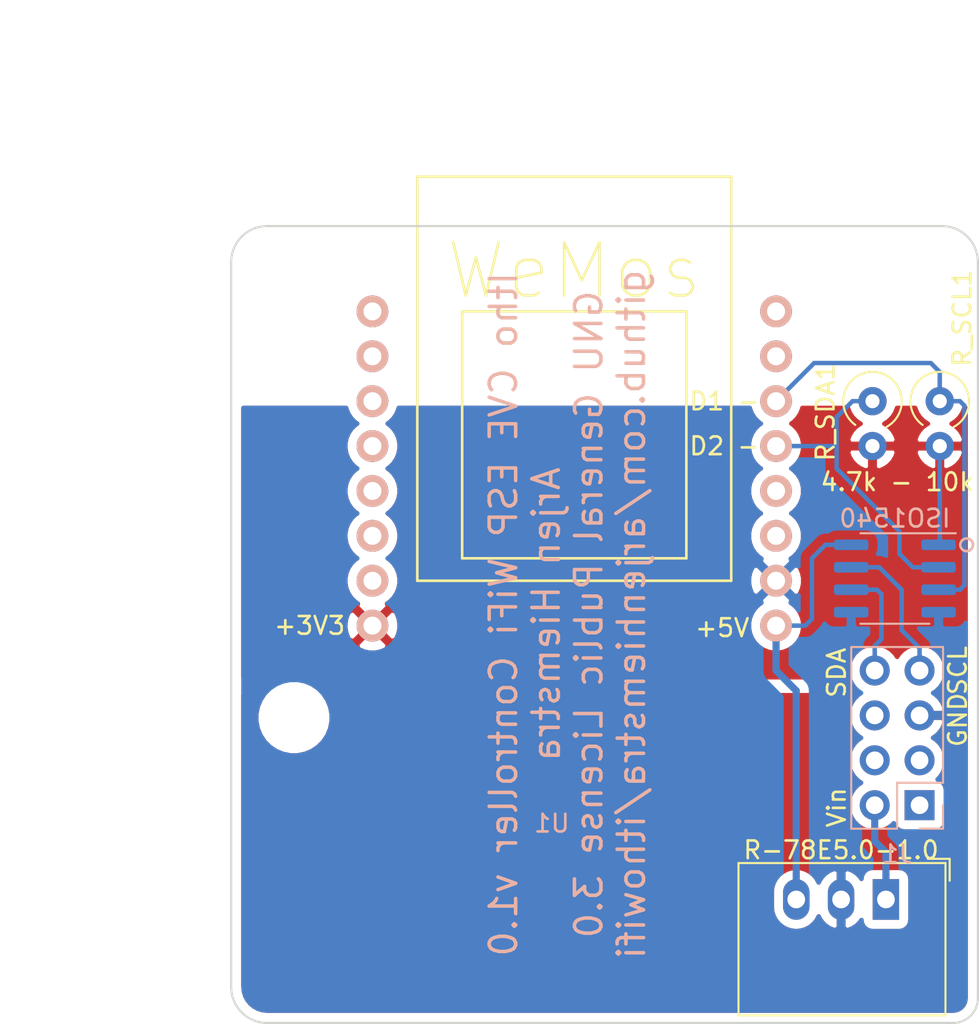
<source format=kicad_pcb>
(kicad_pcb (version 20171130) (host pcbnew "(5.1.5-0-10_14)")

  (general
    (thickness 1.6)
    (drawings 21)
    (tracks 43)
    (zones 0)
    (modules 8)
    (nets 24)
  )

  (page A4 portrait)
  (layers
    (0 F.Cu signal)
    (31 B.Cu signal)
    (32 B.Adhes user)
    (33 F.Adhes user)
    (34 B.Paste user)
    (35 F.Paste user)
    (36 B.SilkS user)
    (37 F.SilkS user)
    (38 B.Mask user)
    (39 F.Mask user)
    (40 Dwgs.User user)
    (41 Cmts.User user)
    (42 Eco1.User user)
    (43 Eco2.User user)
    (44 Edge.Cuts user)
    (45 Margin user)
    (46 B.CrtYd user)
    (47 F.CrtYd user)
    (48 B.Fab user)
    (49 F.Fab user)
  )

  (setup
    (last_trace_width 0.25)
    (user_trace_width 0.254)
    (user_trace_width 0.4064)
    (trace_clearance 0.2)
    (zone_clearance 0.508)
    (zone_45_only no)
    (trace_min 0.2)
    (via_size 0.8)
    (via_drill 0.4)
    (via_min_size 0.4)
    (via_min_drill 0.3)
    (uvia_size 0.3)
    (uvia_drill 0.1)
    (uvias_allowed no)
    (uvia_min_size 0.2)
    (uvia_min_drill 0.1)
    (edge_width 0.1)
    (segment_width 0.2)
    (pcb_text_width 0.3)
    (pcb_text_size 1.5 1.5)
    (mod_edge_width 0.15)
    (mod_text_size 1 1)
    (mod_text_width 0.15)
    (pad_size 1.524 1.524)
    (pad_drill 0.762)
    (pad_to_mask_clearance 0)
    (aux_axis_origin 152.019 130.556)
    (visible_elements FFFFFF7F)
    (pcbplotparams
      (layerselection 0x010f0_ffffffff)
      (usegerberextensions true)
      (usegerberattributes false)
      (usegerberadvancedattributes false)
      (creategerberjobfile false)
      (excludeedgelayer true)
      (linewidth 0.100000)
      (plotframeref false)
      (viasonmask false)
      (mode 1)
      (useauxorigin false)
      (hpglpennumber 1)
      (hpglpenspeed 20)
      (hpglpendiameter 15.000000)
      (psnegative false)
      (psa4output false)
      (plotreference true)
      (plotvalue true)
      (plotinvisibletext false)
      (padsonsilk false)
      (subtractmaskfromsilk false)
      (outputformat 1)
      (mirror false)
      (drillshape 0)
      (scaleselection 1)
      (outputdirectory "gerbers/"))
  )

  (net 0 "")
  (net 1 GND)
  (net 2 "Net-(J1-Pad1)")
  (net 3 +5V)
  (net 4 +3V3)
  (net 5 +16V3)
  (net 6 "Net-(J1-Pad6)")
  (net 7 "Net-(J1-Pad3)")
  (net 8 "Net-(ISO1540-Pad7)")
  (net 9 "Net-(ISO1540-Pad6)")
  (net 10 "Net-(J1-Pad4)")
  (net 11 "Net-(ISO1540-Pad3)")
  (net 12 "Net-(ISO1540-Pad2)")
  (net 13 "Net-(U1-Pad9)")
  (net 14 "Net-(U1-Pad10)")
  (net 15 "Net-(U1-Pad11)")
  (net 16 "Net-(U1-Pad12)")
  (net 17 "Net-(U1-Pad13)")
  (net 18 "Net-(U1-Pad14)")
  (net 19 "Net-(U1-Pad15)")
  (net 20 "Net-(U1-Pad3)")
  (net 21 "Net-(U1-Pad4)")
  (net 22 "Net-(U1-Pad7)")
  (net 23 "Net-(U1-Pad8)")

  (net_class Default "This is the default net class."
    (clearance 0.2)
    (trace_width 0.25)
    (via_dia 0.8)
    (via_drill 0.4)
    (uvia_dia 0.3)
    (uvia_drill 0.1)
    (add_net +16V3)
    (add_net +3V3)
    (add_net +5V)
    (add_net GND)
    (add_net "Net-(ISO1540-Pad2)")
    (add_net "Net-(ISO1540-Pad3)")
    (add_net "Net-(ISO1540-Pad6)")
    (add_net "Net-(ISO1540-Pad7)")
    (add_net "Net-(J1-Pad1)")
    (add_net "Net-(J1-Pad3)")
    (add_net "Net-(J1-Pad4)")
    (add_net "Net-(J1-Pad6)")
    (add_net "Net-(U1-Pad10)")
    (add_net "Net-(U1-Pad11)")
    (add_net "Net-(U1-Pad12)")
    (add_net "Net-(U1-Pad13)")
    (add_net "Net-(U1-Pad14)")
    (add_net "Net-(U1-Pad15)")
    (add_net "Net-(U1-Pad3)")
    (add_net "Net-(U1-Pad4)")
    (add_net "Net-(U1-Pad7)")
    (add_net "Net-(U1-Pad8)")
    (add_net "Net-(U1-Pad9)")
  )

  (module wemos_d1_mini:D1_mini_board (layer B.Cu) (tedit 5E5D3651) (tstamp 5E5D85DB)
    (at 102.489 120.015 180)
    (path /5E5D89FC)
    (fp_text reference U1 (at 1.27 -18.81 180) (layer B.SilkS)
      (effects (font (size 1 1) (thickness 0.15)) (justify mirror))
    )
    (fp_text value WeMos_mini (at 1.27 19.05 180) (layer B.Fab)
      (effects (font (size 1 1) (thickness 0.15)) (justify mirror))
    )
    (fp_line (start -8.89 17.78) (end -8.89 -5.08) (layer F.SilkS) (width 0.15))
    (fp_line (start 8.89 17.78) (end -8.89 17.78) (layer F.SilkS) (width 0.15))
    (fp_line (start 8.89 -5.08) (end 8.89 17.78) (layer F.SilkS) (width 0.15))
    (fp_line (start -8.89 -5.08) (end 8.89 -5.08) (layer F.SilkS) (width 0.15))
    (fp_line (start 6.35 -3.81) (end -6.35 -3.81) (layer F.SilkS) (width 0.15))
    (fp_line (start 6.35 10.16) (end 6.35 -3.81) (layer F.SilkS) (width 0.15))
    (fp_line (start -6.35 10.16) (end 6.35 10.16) (layer F.SilkS) (width 0.15))
    (fp_line (start -6.35 -3.81) (end -6.35 10.16) (layer F.SilkS) (width 0.15))
    (fp_text user WeMos (at 0 12.446 180) (layer F.SilkS)
      (effects (font (size 2.999999 2.999999) (thickness 0.15)))
    )
    (pad 9 thru_hole circle (at 11.43 10.16 180) (size 1.8 1.8) (drill 1.016) (layers *.Cu *.Mask B.SilkS)
      (net 13 "Net-(U1-Pad9)"))
    (pad 10 thru_hole circle (at 11.43 7.62 180) (size 1.8 1.8) (drill 1.016) (layers *.Cu *.Mask B.SilkS)
      (net 14 "Net-(U1-Pad10)"))
    (pad 11 thru_hole circle (at 11.43 5.08 180) (size 1.8 1.8) (drill 1.016) (layers *.Cu *.Mask B.SilkS)
      (net 15 "Net-(U1-Pad11)"))
    (pad 12 thru_hole circle (at 11.43 2.54 180) (size 1.8 1.8) (drill 1.016) (layers *.Cu *.Mask B.SilkS)
      (net 16 "Net-(U1-Pad12)"))
    (pad 13 thru_hole circle (at 11.43 0 180) (size 1.8 1.8) (drill 1.016) (layers *.Cu *.Mask B.SilkS)
      (net 17 "Net-(U1-Pad13)"))
    (pad 14 thru_hole circle (at 11.43 -2.54 180) (size 1.8 1.8) (drill 1.016) (layers *.Cu *.Mask B.SilkS)
      (net 18 "Net-(U1-Pad14)"))
    (pad 15 thru_hole circle (at 11.43 -5.08 180) (size 1.8 1.8) (drill 1.016) (layers *.Cu *.Mask B.SilkS)
      (net 19 "Net-(U1-Pad15)"))
    (pad 16 thru_hole circle (at 11.43 -7.62 180) (size 1.8 1.8) (drill 1.016) (layers *.Cu *.Mask B.SilkS)
      (net 4 +3V3))
    (pad 1 thru_hole circle (at -11.43 -7.62 180) (size 1.8 1.8) (drill 1.016) (layers *.Cu *.Mask B.SilkS)
      (net 3 +5V))
    (pad 2 thru_hole circle (at -11.43 -5.08 180) (size 1.8 1.8) (drill 1.016) (layers *.Cu *.Mask B.SilkS)
      (net 1 GND))
    (pad 3 thru_hole circle (at -11.43 -2.54 180) (size 1.8 1.8) (drill 1.016) (layers *.Cu *.Mask B.SilkS)
      (net 20 "Net-(U1-Pad3)"))
    (pad 4 thru_hole circle (at -11.43 0 180) (size 1.8 1.8) (drill 1.016) (layers *.Cu *.Mask B.SilkS)
      (net 21 "Net-(U1-Pad4)"))
    (pad 5 thru_hole circle (at -11.43 2.54 180) (size 1.8 1.8) (drill 1.016) (layers *.Cu *.Mask B.SilkS)
      (net 12 "Net-(ISO1540-Pad2)"))
    (pad 6 thru_hole circle (at -11.43 5.08 180) (size 1.8 1.8) (drill 1.016) (layers *.Cu *.Mask B.SilkS)
      (net 11 "Net-(ISO1540-Pad3)"))
    (pad 7 thru_hole circle (at -11.43 7.62 180) (size 1.8 1.8) (drill 1.016) (layers *.Cu *.Mask B.SilkS)
      (net 22 "Net-(U1-Pad7)"))
    (pad 8 thru_hole circle (at -11.43 10.16 180) (size 1.8 1.8) (drill 1.016) (layers *.Cu *.Mask B.SilkS)
      (net 23 "Net-(U1-Pad8)"))
  )

  (module Connector_PinSocket_2.54mm:PinSocket_2x04_P2.54mm_Vertical (layer B.Cu) (tedit 5A19A422) (tstamp 5E5979F2)
    (at 122.047 137.795)
    (descr "Through hole straight socket strip, 2x04, 2.54mm pitch, double cols (from Kicad 4.0.7), script generated")
    (tags "Through hole socket strip THT 2x04 2.54mm double row")
    (path /5E609161)
    (fp_text reference J1 (at -1.27 2.77) (layer B.SilkS)
      (effects (font (size 1 1) (thickness 0.15)) (justify mirror))
    )
    (fp_text value conn (at -1.27 -10.39) (layer B.Fab)
      (effects (font (size 1 1) (thickness 0.15)) (justify mirror))
    )
    (fp_line (start -3.81 1.27) (end 0.27 1.27) (layer B.Fab) (width 0.1))
    (fp_line (start 0.27 1.27) (end 1.27 0.27) (layer B.Fab) (width 0.1))
    (fp_line (start 1.27 0.27) (end 1.27 -8.89) (layer B.Fab) (width 0.1))
    (fp_line (start 1.27 -8.89) (end -3.81 -8.89) (layer B.Fab) (width 0.1))
    (fp_line (start -3.81 -8.89) (end -3.81 1.27) (layer B.Fab) (width 0.1))
    (fp_line (start -3.87 1.33) (end -1.27 1.33) (layer B.SilkS) (width 0.12))
    (fp_line (start -3.87 1.33) (end -3.87 -8.95) (layer B.SilkS) (width 0.12))
    (fp_line (start -3.87 -8.95) (end 1.33 -8.95) (layer B.SilkS) (width 0.12))
    (fp_line (start 1.33 -1.27) (end 1.33 -8.95) (layer B.SilkS) (width 0.12))
    (fp_line (start -1.27 -1.27) (end 1.33 -1.27) (layer B.SilkS) (width 0.12))
    (fp_line (start -1.27 1.33) (end -1.27 -1.27) (layer B.SilkS) (width 0.12))
    (fp_line (start 1.33 1.33) (end 1.33 0) (layer B.SilkS) (width 0.12))
    (fp_line (start 0 1.33) (end 1.33 1.33) (layer B.SilkS) (width 0.12))
    (fp_line (start -4.34 1.8) (end 1.76 1.8) (layer B.CrtYd) (width 0.05))
    (fp_line (start 1.76 1.8) (end 1.76 -9.4) (layer B.CrtYd) (width 0.05))
    (fp_line (start 1.76 -9.4) (end -4.34 -9.4) (layer B.CrtYd) (width 0.05))
    (fp_line (start -4.34 -9.4) (end -4.34 1.8) (layer B.CrtYd) (width 0.05))
    (fp_text user %R (at -1.27 -3.81 -90) (layer B.Fab)
      (effects (font (size 1 1) (thickness 0.15)) (justify mirror))
    )
    (pad 1 thru_hole rect (at 0 0) (size 1.7 1.7) (drill 1) (layers *.Cu *.Mask)
      (net 2 "Net-(J1-Pad1)"))
    (pad 2 thru_hole oval (at -2.54 0) (size 1.7 1.7) (drill 1) (layers *.Cu *.Mask)
      (net 5 +16V3))
    (pad 3 thru_hole oval (at 0 -2.54) (size 1.7 1.7) (drill 1) (layers *.Cu *.Mask)
      (net 7 "Net-(J1-Pad3)"))
    (pad 4 thru_hole oval (at -2.54 -2.54) (size 1.7 1.7) (drill 1) (layers *.Cu *.Mask)
      (net 10 "Net-(J1-Pad4)"))
    (pad 5 thru_hole oval (at 0 -5.08) (size 1.7 1.7) (drill 1) (layers *.Cu *.Mask)
      (net 1 GND))
    (pad 6 thru_hole oval (at -2.54 -5.08) (size 1.7 1.7) (drill 1) (layers *.Cu *.Mask)
      (net 6 "Net-(J1-Pad6)"))
    (pad 7 thru_hole oval (at 0 -7.62) (size 1.7 1.7) (drill 1) (layers *.Cu *.Mask)
      (net 8 "Net-(ISO1540-Pad7)"))
    (pad 8 thru_hole oval (at -2.54 -7.62) (size 1.7 1.7) (drill 1) (layers *.Cu *.Mask)
      (net 9 "Net-(ISO1540-Pad6)"))
    (model ${KISYS3DMOD}/Connector_PinSocket_2.54mm.3dshapes/PinSocket_2x04_P2.54mm_Vertical.wrl
      (at (xyz 0 0 0))
      (scale (xyz 1 1 1))
      (rotate (xyz 0 0 0))
    )
  )

  (module MountingHole:MountingHole_3mm (layer F.Cu) (tedit 56D1B4CB) (tstamp 5E597BF1)
    (at 120.65 108.331)
    (descr "Mounting Hole 3mm, no annular")
    (tags "mounting hole 3mm no annular")
    (attr virtual)
    (fp_text reference " " (at 0 -4) (layer F.SilkS)
      (effects (font (size 1 1) (thickness 0.15)))
    )
    (fp_text value 3mm (at 0 4) (layer F.Fab)
      (effects (font (size 1 1) (thickness 0.15)))
    )
    (fp_circle (center 0 0) (end 3.25 0) (layer F.CrtYd) (width 0.05))
    (fp_circle (center 0 0) (end 3 0) (layer Cmts.User) (width 0.15))
    (fp_text user %R (at 0.3 0) (layer F.Fab)
      (effects (font (size 1 1) (thickness 0.15)))
    )
    (pad 1 np_thru_hole circle (at 0 0) (size 3 3) (drill 3) (layers *.Cu *.Mask))
  )

  (module MountingHole:MountingHole_3mm (layer F.Cu) (tedit 56D1B4CB) (tstamp 5E597B3B)
    (at 86.614 132.842)
    (descr "Mounting Hole 3mm, no annular")
    (tags "mounting hole 3mm no annular")
    (attr virtual)
    (fp_text reference " " (at 0 -4) (layer F.SilkS)
      (effects (font (size 1 1) (thickness 0.15)))
    )
    (fp_text value 3mm (at 0 4) (layer F.Fab)
      (effects (font (size 1 1) (thickness 0.15)))
    )
    (fp_circle (center 0 0) (end 3.25 0) (layer F.CrtYd) (width 0.05))
    (fp_circle (center 0 0) (end 3 0) (layer Cmts.User) (width 0.15))
    (fp_text user %R (at 0.3 0) (layer F.Fab)
      (effects (font (size 1 1) (thickness 0.15)))
    )
    (pad 1 np_thru_hole circle (at 0 0) (size 3 3) (drill 3) (layers *.Cu *.Mask))
  )

  (module Package_SO:SOIC-8_3.9x4.9mm_P1.27mm (layer B.Cu) (tedit 5C97300E) (tstamp 5E598014)
    (at 120.65 124.968 180)
    (descr "SOIC, 8 Pin (JEDEC MS-012AA, https://www.analog.com/media/en/package-pcb-resources/package/pkg_pdf/soic_narrow-r/r_8.pdf), generated with kicad-footprint-generator ipc_gullwing_generator.py")
    (tags "SOIC SO")
    (path /5E593DDE)
    (attr smd)
    (fp_text reference ISO1540 (at 0 3.4) (layer B.SilkS)
      (effects (font (size 1 1) (thickness 0.15)) (justify mirror))
    )
    (fp_text value U3 (at 0 -3.4) (layer B.Fab)
      (effects (font (size 1 1) (thickness 0.15)) (justify mirror))
    )
    (fp_text user %R (at 0 0) (layer B.Fab)
      (effects (font (size 0.98 0.98) (thickness 0.15)) (justify mirror))
    )
    (fp_line (start 3.7 2.7) (end -3.7 2.7) (layer B.CrtYd) (width 0.05))
    (fp_line (start 3.7 -2.7) (end 3.7 2.7) (layer B.CrtYd) (width 0.05))
    (fp_line (start -3.7 -2.7) (end 3.7 -2.7) (layer B.CrtYd) (width 0.05))
    (fp_line (start -3.7 2.7) (end -3.7 -2.7) (layer B.CrtYd) (width 0.05))
    (fp_line (start -1.95 1.475) (end -0.975 2.45) (layer B.Fab) (width 0.1))
    (fp_line (start -1.95 -2.45) (end -1.95 1.475) (layer B.Fab) (width 0.1))
    (fp_line (start 1.95 -2.45) (end -1.95 -2.45) (layer B.Fab) (width 0.1))
    (fp_line (start 1.95 2.45) (end 1.95 -2.45) (layer B.Fab) (width 0.1))
    (fp_line (start -0.975 2.45) (end 1.95 2.45) (layer B.Fab) (width 0.1))
    (fp_line (start 0 2.56) (end -3.45 2.56) (layer B.SilkS) (width 0.12))
    (fp_line (start 0 2.56) (end 1.95 2.56) (layer B.SilkS) (width 0.12))
    (fp_line (start 0 -2.56) (end -1.95 -2.56) (layer B.SilkS) (width 0.12))
    (fp_line (start 0 -2.56) (end 1.95 -2.56) (layer B.SilkS) (width 0.12))
    (pad 8 smd roundrect (at 2.475 1.905 180) (size 1.95 0.6) (layers B.Cu B.Paste B.Mask) (roundrect_rratio 0.25)
      (net 3 +5V))
    (pad 7 smd roundrect (at 2.475 0.635 180) (size 1.95 0.6) (layers B.Cu B.Paste B.Mask) (roundrect_rratio 0.25)
      (net 8 "Net-(ISO1540-Pad7)"))
    (pad 6 smd roundrect (at 2.475 -0.635 180) (size 1.95 0.6) (layers B.Cu B.Paste B.Mask) (roundrect_rratio 0.25)
      (net 9 "Net-(ISO1540-Pad6)"))
    (pad 5 smd roundrect (at 2.475 -1.905 180) (size 1.95 0.6) (layers B.Cu B.Paste B.Mask) (roundrect_rratio 0.25)
      (net 1 GND))
    (pad 4 smd roundrect (at -2.475 -1.905 180) (size 1.95 0.6) (layers B.Cu B.Paste B.Mask) (roundrect_rratio 0.25)
      (net 1 GND))
    (pad 3 smd roundrect (at -2.475 -0.635 180) (size 1.95 0.6) (layers B.Cu B.Paste B.Mask) (roundrect_rratio 0.25)
      (net 11 "Net-(ISO1540-Pad3)"))
    (pad 2 smd roundrect (at -2.475 0.635 180) (size 1.95 0.6) (layers B.Cu B.Paste B.Mask) (roundrect_rratio 0.25)
      (net 12 "Net-(ISO1540-Pad2)"))
    (pad 1 smd roundrect (at -2.475 1.905 180) (size 1.95 0.6) (layers B.Cu B.Paste B.Mask) (roundrect_rratio 0.25)
      (net 4 +3V3))
    (model ${KISYS3DMOD}/Package_SO.3dshapes/SOIC-8_3.9x4.9mm_P1.27mm.wrl
      (at (xyz 0 0 0))
      (scale (xyz 1 1 1))
      (rotate (xyz 0 0 0))
    )
  )

  (module Converter_DCDC:Converter_DCDC_RECOM_R-78E-0.5_THT (layer F.Cu) (tedit 5B741BB0) (tstamp 5E5D8A7B)
    (at 120.142 143.129 180)
    (descr "DCDC-Converter, RECOM, RECOM_R-78E-0.5, SIP-3, pitch 2.54mm, package size 11.6x8.5x10.4mm^3, https://www.recom-power.com/pdf/Innoline/R-78Exx-0.5.pdf")
    (tags "dc-dc recom buck sip-3 pitch 2.54mm")
    (path /5E596DC0)
    (fp_text reference R-78E5.0-1.0 (at 2.54 2.794) (layer F.SilkS)
      (effects (font (size 1 1) (thickness 0.15)))
    )
    (fp_text value U2 (at 2.54 3) (layer F.Fab)
      (effects (font (size 1 1) (thickness 0.15)))
    )
    (fp_text user %R (at 2.54 -2.25) (layer F.Fab)
      (effects (font (size 1 1) (thickness 0.15)))
    )
    (fp_line (start 8.54 -6.75) (end -3.57 -6.75) (layer F.CrtYd) (width 0.05))
    (fp_line (start 8.54 2.25) (end 8.54 -6.75) (layer F.CrtYd) (width 0.05))
    (fp_line (start -3.57 2.25) (end 8.54 2.25) (layer F.CrtYd) (width 0.05))
    (fp_line (start -3.57 -6.75) (end -3.57 2.25) (layer F.CrtYd) (width 0.05))
    (fp_line (start -3.611 2.3) (end -2.371 2.3) (layer F.SilkS) (width 0.12))
    (fp_line (start -3.611 1.06) (end -3.611 2.3) (layer F.SilkS) (width 0.12))
    (fp_line (start 8.35 -6.56) (end 8.35 2.06) (layer F.SilkS) (width 0.12))
    (fp_line (start -3.371 -6.56) (end -3.371 2.06) (layer F.SilkS) (width 0.12))
    (fp_line (start -3.371 2.06) (end 8.35 2.06) (layer F.SilkS) (width 0.12))
    (fp_line (start -3.371 -6.56) (end 8.35 -6.56) (layer F.SilkS) (width 0.12))
    (fp_line (start -3.31 1) (end -3.31 -6.5) (layer F.Fab) (width 0.1))
    (fp_line (start -2.31 2) (end -3.31 1) (layer F.Fab) (width 0.1))
    (fp_line (start 8.29 2) (end -2.31 2) (layer F.Fab) (width 0.1))
    (fp_line (start 8.29 -6.5) (end 8.29 2) (layer F.Fab) (width 0.1))
    (fp_line (start -3.31 -6.5) (end 8.29 -6.5) (layer F.Fab) (width 0.1))
    (pad 3 thru_hole oval (at 5.08 0 180) (size 1.5 2.3) (drill 1) (layers *.Cu *.Mask)
      (net 3 +5V))
    (pad 2 thru_hole oval (at 2.54 0 180) (size 1.5 2.3) (drill 1) (layers *.Cu *.Mask)
      (net 1 GND))
    (pad 1 thru_hole rect (at 0 0 180) (size 1.5 2.3) (drill 1) (layers *.Cu *.Mask)
      (net 5 +16V3))
    (model ${KISYS3DMOD}/Converter_DCDC.3dshapes/Converter_DCDC_RECOM_R-78E-0.5_THT.wrl
      (at (xyz 0 0 0))
      (scale (xyz 1 1 1))
      (rotate (xyz 0 0 0))
    )
  )

  (module Resistor_THT:R_Axial_DIN0309_L9.0mm_D3.2mm_P2.54mm_Vertical (layer F.Cu) (tedit 5AE5139B) (tstamp 5E5930A6)
    (at 119.38 114.935 270)
    (descr "Resistor, Axial_DIN0309 series, Axial, Vertical, pin pitch=2.54mm, 0.5W = 1/2W, length*diameter=9*3.2mm^2, http://cdn-reichelt.de/documents/datenblatt/B400/1_4W%23YAG.pdf")
    (tags "Resistor Axial_DIN0309 series Axial Vertical pin pitch 2.54mm 0.5W = 1/2W length 9mm diameter 3.2mm")
    (path /5E59EF11)
    (fp_text reference R_SDA1 (at 0.635 2.667 90) (layer F.SilkS)
      (effects (font (size 1 1) (thickness 0.15)))
    )
    (fp_text value R4.7K (at 1.27 2.72 90) (layer F.Fab)
      (effects (font (size 1 1) (thickness 0.15)))
    )
    (fp_text user %R (at 0.635 2.667 90) (layer F.Fab)
      (effects (font (size 1 1) (thickness 0.15)))
    )
    (fp_line (start 3.59 -1.85) (end -1.85 -1.85) (layer F.CrtYd) (width 0.05))
    (fp_line (start 3.59 1.85) (end 3.59 -1.85) (layer F.CrtYd) (width 0.05))
    (fp_line (start -1.85 1.85) (end 3.59 1.85) (layer F.CrtYd) (width 0.05))
    (fp_line (start -1.85 -1.85) (end -1.85 1.85) (layer F.CrtYd) (width 0.05))
    (fp_line (start 0 0) (end 2.54 0) (layer F.Fab) (width 0.1))
    (fp_circle (center 0 0) (end 1.6 0) (layer F.Fab) (width 0.1))
    (fp_arc (start 0 0) (end 1.453272 -0.8) (angle -295.326041) (layer F.SilkS) (width 0.12))
    (pad 2 thru_hole oval (at 2.54 0 270) (size 1.6 1.6) (drill 0.8) (layers *.Cu *.Mask)
      (net 4 +3V3))
    (pad 1 thru_hole circle (at 0 0 270) (size 1.6 1.6) (drill 0.8) (layers *.Cu *.Mask)
      (net 12 "Net-(ISO1540-Pad2)"))
    (model ${KISYS3DMOD}/Resistor_THT.3dshapes/R_Axial_DIN0309_L9.0mm_D3.2mm_P2.54mm_Vertical.wrl
      (at (xyz 0 0 0))
      (scale (xyz 1 1 1))
      (rotate (xyz 0 0 0))
    )
  )

  (module Resistor_THT:R_Axial_DIN0309_L9.0mm_D3.2mm_P2.54mm_Vertical (layer F.Cu) (tedit 5AE5139B) (tstamp 5E599E11)
    (at 123.19 114.935 270)
    (descr "Resistor, Axial_DIN0309 series, Axial, Vertical, pin pitch=2.54mm, 0.5W = 1/2W, length*diameter=9*3.2mm^2, http://cdn-reichelt.de/documents/datenblatt/B400/1_4W%23YAG.pdf")
    (tags "Resistor Axial_DIN0309 series Axial Vertical pin pitch 2.54mm 0.5W = 1/2W length 9mm diameter 3.2mm")
    (path /5E59F4DA)
    (fp_text reference R_SCL1 (at -4.699 -1.27 90) (layer F.SilkS)
      (effects (font (size 1 1) (thickness 0.15)))
    )
    (fp_text value R4.7K (at -4.191 -1.27 90) (layer F.Fab)
      (effects (font (size 1 1) (thickness 0.15)))
    )
    (fp_text user %R (at -4.699 -1.27 90) (layer F.Fab)
      (effects (font (size 1 1) (thickness 0.15)))
    )
    (fp_line (start 3.59 -1.85) (end -1.85 -1.85) (layer F.CrtYd) (width 0.05))
    (fp_line (start 3.59 1.85) (end 3.59 -1.85) (layer F.CrtYd) (width 0.05))
    (fp_line (start -1.85 1.85) (end 3.59 1.85) (layer F.CrtYd) (width 0.05))
    (fp_line (start -1.85 -1.85) (end -1.85 1.85) (layer F.CrtYd) (width 0.05))
    (fp_line (start 0 0) (end 2.54 0) (layer F.Fab) (width 0.1))
    (fp_circle (center 0 0) (end 1.6 0) (layer F.Fab) (width 0.1))
    (fp_arc (start 0 0) (end 1.453272 -0.8) (angle -295.326041) (layer F.SilkS) (width 0.12))
    (pad 2 thru_hole oval (at 2.54 0 270) (size 1.6 1.6) (drill 0.8) (layers *.Cu *.Mask)
      (net 4 +3V3))
    (pad 1 thru_hole circle (at 0 0 270) (size 1.6 1.6) (drill 0.8) (layers *.Cu *.Mask)
      (net 11 "Net-(ISO1540-Pad3)"))
    (model ${KISYS3DMOD}/Resistor_THT.3dshapes/R_Axial_DIN0309_L9.0mm_D3.2mm_P2.54mm_Vertical.wrl
      (at (xyz 0 0 0))
      (scale (xyz 1 1 1))
      (rotate (xyz 0 0 0))
    )
  )

  (gr_text "D2 -" (at 110.998 117.475) (layer F.SilkS)
    (effects (font (size 1 1) (thickness 0.15)))
  )
  (gr_text "D1 -\n" (at 110.998 114.935) (layer F.SilkS)
    (effects (font (size 1 1) (thickness 0.15)))
  )
  (gr_text +3V3 (at 87.503 127.635) (layer F.SilkS)
    (effects (font (size 1 1) (thickness 0.15)))
  )
  (gr_text +5V (at 110.871 127.762) (layer F.SilkS)
    (effects (font (size 1 1) (thickness 0.15)))
  )
  (gr_circle (center 124.714 123.063) (end 124.968 123.317) (layer B.SilkS) (width 0.15))
  (gr_text "4.7k - 10k" (at 120.777 119.507) (layer F.SilkS)
    (effects (font (size 1 1) (thickness 0.15)))
  )
  (gr_text Vin (at 117.348 137.922 90) (layer F.SilkS)
    (effects (font (size 1 1) (thickness 0.15)))
  )
  (gr_text GND (at 124.206 132.969 90) (layer F.SilkS)
    (effects (font (size 1 1) (thickness 0.15)))
  )
  (gr_text SCL (at 124.206 130.175 90) (layer F.SilkS)
    (effects (font (size 1 1) (thickness 0.15)))
  )
  (gr_text "SDA\n" (at 117.348 130.302 90) (layer F.SilkS)
    (effects (font (size 1 1) (thickness 0.15)))
  )
  (gr_text "Itho CVE ESP WiFi Controller v1.0\nArjen Hiemstra\nGNU General Public License 3.0\ngithub.com/arjenhiemstra/ithowifi\n" (at 102.108 127 90) (layer B.SilkS)
    (effects (font (size 1.5 1.5) (thickness 0.2)) (justify mirror))
  )
  (dimension 45.085 (width 0.15) (layer Dwgs.User)
    (gr_text "45.085 mm" (at 73.63 127.5715 90) (layer Dwgs.User)
      (effects (font (size 1 1) (thickness 0.15)))
    )
    (feature1 (pts (xy 88.9 105.029) (xy 74.343579 105.029)))
    (feature2 (pts (xy 88.9 150.114) (xy 74.343579 150.114)))
    (crossbar (pts (xy 74.93 150.114) (xy 74.93 105.029)))
    (arrow1a (pts (xy 74.93 105.029) (xy 75.516421 106.155504)))
    (arrow1b (pts (xy 74.93 105.029) (xy 74.343579 106.155504)))
    (arrow2a (pts (xy 74.93 150.114) (xy 75.516421 148.987496)))
    (arrow2b (pts (xy 74.93 150.114) (xy 74.343579 148.987496)))
  )
  (dimension 42.291 (width 0.15) (layer Dwgs.User)
    (gr_text "42.291 mm" (at 104.2035 92.934) (layer Dwgs.User)
      (effects (font (size 1 1) (thickness 0.15)))
    )
    (feature1 (pts (xy 125.349 105.41) (xy 125.349 93.647579)))
    (feature2 (pts (xy 83.058 105.41) (xy 83.058 93.647579)))
    (crossbar (pts (xy 83.058 94.234) (xy 125.349 94.234)))
    (arrow1a (pts (xy 125.349 94.234) (xy 124.222496 94.820421)))
    (arrow1b (pts (xy 125.349 94.234) (xy 124.222496 93.647579)))
    (arrow2a (pts (xy 83.058 94.234) (xy 84.184504 94.820421)))
    (arrow2b (pts (xy 83.058 94.234) (xy 84.184504 93.647579)))
  )
  (gr_arc (start 123.952 148.717) (end 123.952 150.114) (angle -90) (layer Edge.Cuts) (width 0.12))
  (gr_arc (start 85.09 148.082) (end 83.058 148.082) (angle -90) (layer Edge.Cuts) (width 0.12) (tstamp 5E592AAE))
  (gr_arc (start 123.317 107.061) (end 125.349 107.061) (angle -90) (layer Edge.Cuts) (width 0.12) (tstamp 5E592A52))
  (gr_arc (start 85.09 107.061) (end 85.09 105.029) (angle -90) (layer Edge.Cuts) (width 0.12) (tstamp 5E592A4C))
  (gr_line (start 83.058 148.082) (end 83.058 107.061) (layer Edge.Cuts) (width 0.12) (tstamp 5E597404))
  (gr_line (start 123.952 150.114) (end 85.09 150.114) (layer Edge.Cuts) (width 0.12))
  (gr_line (start 125.349 107.061) (end 125.349 148.717) (layer Edge.Cuts) (width 0.12))
  (gr_line (start 85.09 105.029) (end 123.317 105.029) (layer Edge.Cuts) (width 0.12))

  (segment (start 115.062 143.129) (end 115.062 131.318) (width 0.4064) (layer B.Cu) (net 3))
  (segment (start 113.919 130.175) (end 113.919 127.635) (width 0.4064) (layer B.Cu) (net 3))
  (segment (start 115.062 131.318) (end 113.919 130.175) (width 0.4064) (layer B.Cu) (net 3))
  (segment (start 118.175 123.063) (end 116.713 123.063) (width 0.254) (layer B.Cu) (net 3))
  (segment (start 116.713 123.063) (end 115.951 123.825) (width 0.254) (layer B.Cu) (net 3))
  (segment (start 115.951 123.825) (end 115.951 127.254) (width 0.254) (layer B.Cu) (net 3))
  (segment (start 115.57 127.635) (end 113.919 127.635) (width 0.254) (layer B.Cu) (net 3))
  (segment (start 115.951 127.254) (end 115.57 127.635) (width 0.254) (layer B.Cu) (net 3))
  (segment (start 123.19 122.998) (end 123.125 123.063) (width 0.254) (layer B.Cu) (net 4))
  (segment (start 123.19 120.015) (end 123.19 122.998) (width 0.254) (layer B.Cu) (net 4))
  (segment (start 123.19 120.015) (end 123.19 117.475) (width 0.25) (layer B.Cu) (net 4))
  (segment (start 119.507 137.795) (end 119.507 139.827) (width 0.4064) (layer B.Cu) (net 5))
  (segment (start 120.142 140.462) (end 120.142 143.129) (width 0.4064) (layer B.Cu) (net 5))
  (segment (start 119.507 139.827) (end 120.142 140.462) (width 0.4064) (layer B.Cu) (net 5))
  (segment (start 118.175 124.333) (end 119.761 124.333) (width 0.254) (layer B.Cu) (net 8))
  (segment (start 122.047 128.905) (end 122.047 130.302) (width 0.254) (layer B.Cu) (net 8))
  (segment (start 119.761 124.333) (end 121.031 125.603) (width 0.254) (layer B.Cu) (net 8))
  (segment (start 121.031 127.889) (end 122.047 128.905) (width 0.254) (layer B.Cu) (net 8))
  (segment (start 121.031 125.603) (end 121.031 127.889) (width 0.254) (layer B.Cu) (net 8))
  (segment (start 119.507 128.778) (end 119.507 130.302) (width 0.254) (layer B.Cu) (net 9))
  (segment (start 119.888 128.397) (end 119.507 128.778) (width 0.254) (layer B.Cu) (net 9))
  (segment (start 119.888 125.857) (end 119.888 128.397) (width 0.254) (layer B.Cu) (net 9))
  (segment (start 119.634 125.603) (end 119.888 125.857) (width 0.254) (layer B.Cu) (net 9))
  (segment (start 118.175 125.603) (end 119.634 125.603) (width 0.254) (layer B.Cu) (net 9))
  (segment (start 124.587 125.349) (end 124.587 117.729) (width 0.254) (layer B.Cu) (net 11))
  (segment (start 124.333 125.603) (end 124.587 125.349) (width 0.254) (layer B.Cu) (net 11))
  (segment (start 123.125 125.603) (end 124.333 125.603) (width 0.254) (layer B.Cu) (net 11))
  (segment (start 124.587 117.729) (end 124.587 115.189) (width 0.25) (layer B.Cu) (net 11))
  (segment (start 124.333 114.935) (end 123.19 114.935) (width 0.25) (layer B.Cu) (net 11))
  (segment (start 124.587 115.189) (end 124.333 114.935) (width 0.25) (layer B.Cu) (net 11))
  (segment (start 116.078 112.776) (end 113.919 114.935) (width 0.254) (layer B.Cu) (net 11))
  (segment (start 122.682 112.776) (end 116.078 112.776) (width 0.254) (layer B.Cu) (net 11))
  (segment (start 123.19 113.284) (end 122.682 112.776) (width 0.254) (layer B.Cu) (net 11))
  (segment (start 123.19 114.935) (end 123.19 113.284) (width 0.254) (layer B.Cu) (net 11))
  (segment (start 118.24863 114.935) (end 117.348 115.83563) (width 0.25) (layer B.Cu) (net 12))
  (segment (start 117.348 118.745) (end 120.904 122.301) (width 0.25) (layer B.Cu) (net 12))
  (segment (start 119.38 114.935) (end 118.24863 114.935) (width 0.25) (layer B.Cu) (net 12))
  (segment (start 121.666 124.333) (end 123.125 124.333) (width 0.25) (layer B.Cu) (net 12))
  (segment (start 120.904 122.301) (end 120.904 123.571) (width 0.25) (layer B.Cu) (net 12))
  (segment (start 120.904 123.571) (end 121.666 124.333) (width 0.25) (layer B.Cu) (net 12))
  (segment (start 113.919 117.475) (end 117.348 117.475) (width 0.254) (layer B.Cu) (net 12))
  (segment (start 117.348 117.475) (end 117.348 118.745) (width 0.25) (layer B.Cu) (net 12))
  (segment (start 117.348 115.83563) (end 117.348 117.475) (width 0.25) (layer B.Cu) (net 12))

  (zone (net 1) (net_name GND) (layer F.Cu) (tstamp 5E59F413) (hatch edge 0.508)
    (connect_pads (clearance 0.508))
    (min_thickness 0.254)
    (fill yes (arc_segments 32) (thermal_gap 0.508) (thermal_bridge_width 0.508))
    (polygon
      (pts
        (xy 125.349 131.445) (xy 113.919 131.445) (xy 83.058 131.445) (xy 83.058 150.114) (xy 125.349 150.114)
      )
    )
    (filled_polygon
      (pts
        (xy 84.721988 131.830698) (xy 84.561047 132.219244) (xy 84.479 132.631721) (xy 84.479 133.052279) (xy 84.561047 133.464756)
        (xy 84.721988 133.853302) (xy 84.955637 134.202983) (xy 85.253017 134.500363) (xy 85.602698 134.734012) (xy 85.991244 134.894953)
        (xy 86.403721 134.977) (xy 86.824279 134.977) (xy 87.236756 134.894953) (xy 87.625302 134.734012) (xy 87.974983 134.500363)
        (xy 88.272363 134.202983) (xy 88.506012 133.853302) (xy 88.666953 133.464756) (xy 88.749 133.052279) (xy 88.749 132.631721)
        (xy 88.666953 132.219244) (xy 88.506012 131.830698) (xy 88.333156 131.572) (xy 118.549893 131.572) (xy 118.353525 131.768368)
        (xy 118.19101 132.011589) (xy 118.079068 132.281842) (xy 118.022 132.56874) (xy 118.022 132.86126) (xy 118.079068 133.148158)
        (xy 118.19101 133.418411) (xy 118.353525 133.661632) (xy 118.560368 133.868475) (xy 118.73476 133.985) (xy 118.560368 134.101525)
        (xy 118.353525 134.308368) (xy 118.19101 134.551589) (xy 118.079068 134.821842) (xy 118.022 135.10874) (xy 118.022 135.40126)
        (xy 118.079068 135.688158) (xy 118.19101 135.958411) (xy 118.353525 136.201632) (xy 118.560368 136.408475) (xy 118.73476 136.525)
        (xy 118.560368 136.641525) (xy 118.353525 136.848368) (xy 118.19101 137.091589) (xy 118.079068 137.361842) (xy 118.022 137.64874)
        (xy 118.022 137.94126) (xy 118.079068 138.228158) (xy 118.19101 138.498411) (xy 118.353525 138.741632) (xy 118.560368 138.948475)
        (xy 118.803589 139.11099) (xy 119.073842 139.222932) (xy 119.36074 139.28) (xy 119.65326 139.28) (xy 119.940158 139.222932)
        (xy 120.210411 139.11099) (xy 120.453632 138.948475) (xy 120.585487 138.81662) (xy 120.607498 138.88918) (xy 120.666463 138.999494)
        (xy 120.745815 139.096185) (xy 120.842506 139.175537) (xy 120.95282 139.234502) (xy 121.072518 139.270812) (xy 121.197 139.283072)
        (xy 122.897 139.283072) (xy 123.021482 139.270812) (xy 123.14118 139.234502) (xy 123.251494 139.175537) (xy 123.348185 139.096185)
        (xy 123.427537 138.999494) (xy 123.486502 138.88918) (xy 123.522812 138.769482) (xy 123.535072 138.645) (xy 123.535072 136.945)
        (xy 123.522812 136.820518) (xy 123.486502 136.70082) (xy 123.427537 136.590506) (xy 123.348185 136.493815) (xy 123.251494 136.414463)
        (xy 123.14118 136.355498) (xy 123.06862 136.333487) (xy 123.200475 136.201632) (xy 123.36299 135.958411) (xy 123.474932 135.688158)
        (xy 123.532 135.40126) (xy 123.532 135.10874) (xy 123.474932 134.821842) (xy 123.36299 134.551589) (xy 123.200475 134.308368)
        (xy 122.993632 134.101525) (xy 122.811466 133.979805) (xy 122.928355 133.910178) (xy 123.144588 133.715269) (xy 123.318641 133.48192)
        (xy 123.443825 133.219099) (xy 123.488476 133.07189) (xy 123.367155 132.842) (xy 122.174 132.842) (xy 122.174 132.862)
        (xy 121.92 132.862) (xy 121.92 132.842) (xy 121.9 132.842) (xy 121.9 132.588) (xy 121.92 132.588)
        (xy 121.92 132.568) (xy 122.174 132.568) (xy 122.174 132.588) (xy 123.367155 132.588) (xy 123.488476 132.35811)
        (xy 123.443825 132.210901) (xy 123.318641 131.94808) (xy 123.144588 131.714731) (xy 122.986242 131.572) (xy 124.654001 131.572)
        (xy 124.654001 148.682998) (xy 124.637361 148.852707) (xy 124.597951 148.983238) (xy 124.533933 149.103638) (xy 124.447753 149.209305)
        (xy 124.34269 149.296221) (xy 124.222743 149.361076) (xy 124.092488 149.401397) (xy 123.925005 149.419) (xy 85.123991 149.419)
        (xy 84.830954 149.390268) (xy 84.581782 149.315038) (xy 84.351959 149.19284) (xy 84.150254 149.028333) (xy 83.984339 148.827776)
        (xy 83.860542 148.598819) (xy 83.783573 148.35017) (xy 83.753 148.059286) (xy 83.753 142.660963) (xy 113.677 142.660963)
        (xy 113.677 143.597036) (xy 113.69704 143.800506) (xy 113.776236 144.06158) (xy 113.904843 144.302187) (xy 114.077919 144.51308)
        (xy 114.288812 144.686157) (xy 114.529419 144.814764) (xy 114.790493 144.89396) (xy 115.062 144.920701) (xy 115.333506 144.89396)
        (xy 115.59458 144.814764) (xy 115.835187 144.686157) (xy 116.04608 144.513081) (xy 116.219157 144.302188) (xy 116.334486 144.086422)
        (xy 116.371028 144.176349) (xy 116.520972 144.404061) (xy 116.71246 144.598145) (xy 116.938132 144.751142) (xy 117.189316 144.857173)
        (xy 117.260815 144.871318) (xy 117.475 144.748656) (xy 117.475 143.256) (xy 117.455 143.256) (xy 117.455 143.002)
        (xy 117.475 143.002) (xy 117.475 141.509344) (xy 117.729 141.509344) (xy 117.729 143.002) (xy 117.749 143.002)
        (xy 117.749 143.256) (xy 117.729 143.256) (xy 117.729 144.748656) (xy 117.943185 144.871318) (xy 118.014684 144.857173)
        (xy 118.265868 144.751142) (xy 118.49154 144.598145) (xy 118.683028 144.404061) (xy 118.755418 144.294126) (xy 118.766188 144.403482)
        (xy 118.802498 144.52318) (xy 118.861463 144.633494) (xy 118.940815 144.730185) (xy 119.037506 144.809537) (xy 119.14782 144.868502)
        (xy 119.267518 144.904812) (xy 119.392 144.917072) (xy 120.892 144.917072) (xy 121.016482 144.904812) (xy 121.13618 144.868502)
        (xy 121.246494 144.809537) (xy 121.343185 144.730185) (xy 121.422537 144.633494) (xy 121.481502 144.52318) (xy 121.517812 144.403482)
        (xy 121.530072 144.279) (xy 121.530072 141.979) (xy 121.517812 141.854518) (xy 121.481502 141.73482) (xy 121.422537 141.624506)
        (xy 121.343185 141.527815) (xy 121.246494 141.448463) (xy 121.13618 141.389498) (xy 121.016482 141.353188) (xy 120.892 141.340928)
        (xy 119.392 141.340928) (xy 119.267518 141.353188) (xy 119.14782 141.389498) (xy 119.037506 141.448463) (xy 118.940815 141.527815)
        (xy 118.861463 141.624506) (xy 118.802498 141.73482) (xy 118.766188 141.854518) (xy 118.755418 141.963874) (xy 118.683028 141.853939)
        (xy 118.49154 141.659855) (xy 118.265868 141.506858) (xy 118.014684 141.400827) (xy 117.943185 141.386682) (xy 117.729 141.509344)
        (xy 117.475 141.509344) (xy 117.260815 141.386682) (xy 117.189316 141.400827) (xy 116.938132 141.506858) (xy 116.71246 141.659855)
        (xy 116.520972 141.853939) (xy 116.371028 142.081651) (xy 116.334486 142.171578) (xy 116.219157 141.955812) (xy 116.046081 141.744919)
        (xy 115.835188 141.571843) (xy 115.594581 141.443236) (xy 115.333507 141.36404) (xy 115.062 141.337299) (xy 114.790494 141.36404)
        (xy 114.52942 141.443236) (xy 114.288813 141.571843) (xy 114.07792 141.744919) (xy 113.904843 141.955812) (xy 113.776236 142.196419)
        (xy 113.69704 142.457493) (xy 113.677 142.660963) (xy 83.753 142.660963) (xy 83.753 131.572) (xy 84.894844 131.572)
      )
    )
  )
  (zone (net 4) (net_name +3V3) (layer F.Cu) (tstamp 5E59F410) (hatch edge 0.508)
    (connect_pads (clearance 0.508))
    (min_thickness 0.254)
    (fill yes (arc_segments 32) (thermal_gap 0.508) (thermal_bridge_width 0.508))
    (polygon
      (pts
        (xy 125.349 130.683) (xy 83.058 130.683) (xy 83.058 115.189) (xy 125.349 115.189)
      )
    )
    (filled_polygon
      (pts
        (xy 89.582989 115.382743) (xy 89.698701 115.662095) (xy 89.866688 115.913505) (xy 90.080495 116.127312) (xy 90.196763 116.205)
        (xy 90.080495 116.282688) (xy 89.866688 116.496495) (xy 89.698701 116.747905) (xy 89.582989 117.027257) (xy 89.524 117.323816)
        (xy 89.524 117.626184) (xy 89.582989 117.922743) (xy 89.698701 118.202095) (xy 89.866688 118.453505) (xy 90.080495 118.667312)
        (xy 90.196763 118.745) (xy 90.080495 118.822688) (xy 89.866688 119.036495) (xy 89.698701 119.287905) (xy 89.582989 119.567257)
        (xy 89.524 119.863816) (xy 89.524 120.166184) (xy 89.582989 120.462743) (xy 89.698701 120.742095) (xy 89.866688 120.993505)
        (xy 90.080495 121.207312) (xy 90.196763 121.285) (xy 90.080495 121.362688) (xy 89.866688 121.576495) (xy 89.698701 121.827905)
        (xy 89.582989 122.107257) (xy 89.524 122.403816) (xy 89.524 122.706184) (xy 89.582989 123.002743) (xy 89.698701 123.282095)
        (xy 89.866688 123.533505) (xy 90.080495 123.747312) (xy 90.196763 123.825) (xy 90.080495 123.902688) (xy 89.866688 124.116495)
        (xy 89.698701 124.367905) (xy 89.582989 124.647257) (xy 89.524 124.943816) (xy 89.524 125.246184) (xy 89.582989 125.542743)
        (xy 89.698701 125.822095) (xy 89.866688 126.073505) (xy 90.080495 126.287312) (xy 90.234105 126.389951) (xy 90.174525 126.57092)
        (xy 91.059 127.455395) (xy 91.943475 126.57092) (xy 91.883895 126.389951) (xy 92.037505 126.287312) (xy 92.251312 126.073505)
        (xy 92.419299 125.822095) (xy 92.535011 125.542743) (xy 92.594 125.246184) (xy 92.594 124.943816) (xy 92.535011 124.647257)
        (xy 92.419299 124.367905) (xy 92.251312 124.116495) (xy 92.037505 123.902688) (xy 91.921237 123.825) (xy 92.037505 123.747312)
        (xy 92.251312 123.533505) (xy 92.419299 123.282095) (xy 92.535011 123.002743) (xy 92.594 122.706184) (xy 92.594 122.403816)
        (xy 92.535011 122.107257) (xy 92.419299 121.827905) (xy 92.251312 121.576495) (xy 92.037505 121.362688) (xy 91.921237 121.285)
        (xy 92.037505 121.207312) (xy 92.251312 120.993505) (xy 92.419299 120.742095) (xy 92.535011 120.462743) (xy 92.594 120.166184)
        (xy 92.594 119.863816) (xy 92.535011 119.567257) (xy 92.419299 119.287905) (xy 92.251312 119.036495) (xy 92.037505 118.822688)
        (xy 91.921237 118.745) (xy 92.037505 118.667312) (xy 92.251312 118.453505) (xy 92.419299 118.202095) (xy 92.535011 117.922743)
        (xy 92.594 117.626184) (xy 92.594 117.323816) (xy 92.535011 117.027257) (xy 92.419299 116.747905) (xy 92.251312 116.496495)
        (xy 92.037505 116.282688) (xy 91.921237 116.205) (xy 92.037505 116.127312) (xy 92.251312 115.913505) (xy 92.419299 115.662095)
        (xy 92.535011 115.382743) (xy 92.548287 115.316) (xy 112.429713 115.316) (xy 112.442989 115.382743) (xy 112.558701 115.662095)
        (xy 112.726688 115.913505) (xy 112.940495 116.127312) (xy 113.056763 116.205) (xy 112.940495 116.282688) (xy 112.726688 116.496495)
        (xy 112.558701 116.747905) (xy 112.442989 117.027257) (xy 112.384 117.323816) (xy 112.384 117.626184) (xy 112.442989 117.922743)
        (xy 112.558701 118.202095) (xy 112.726688 118.453505) (xy 112.940495 118.667312) (xy 113.056763 118.745) (xy 112.940495 118.822688)
        (xy 112.726688 119.036495) (xy 112.558701 119.287905) (xy 112.442989 119.567257) (xy 112.384 119.863816) (xy 112.384 120.166184)
        (xy 112.442989 120.462743) (xy 112.558701 120.742095) (xy 112.726688 120.993505) (xy 112.940495 121.207312) (xy 113.056763 121.285)
        (xy 112.940495 121.362688) (xy 112.726688 121.576495) (xy 112.558701 121.827905) (xy 112.442989 122.107257) (xy 112.384 122.403816)
        (xy 112.384 122.706184) (xy 112.442989 123.002743) (xy 112.558701 123.282095) (xy 112.726688 123.533505) (xy 112.940495 123.747312)
        (xy 113.056763 123.825) (xy 112.940495 123.902688) (xy 112.726688 124.116495) (xy 112.558701 124.367905) (xy 112.442989 124.647257)
        (xy 112.384 124.943816) (xy 112.384 125.246184) (xy 112.442989 125.542743) (xy 112.558701 125.822095) (xy 112.726688 126.073505)
        (xy 112.940495 126.287312) (xy 113.056763 126.365) (xy 112.940495 126.442688) (xy 112.726688 126.656495) (xy 112.558701 126.907905)
        (xy 112.442989 127.187257) (xy 112.384 127.483816) (xy 112.384 127.786184) (xy 112.442989 128.082743) (xy 112.558701 128.362095)
        (xy 112.726688 128.613505) (xy 112.940495 128.827312) (xy 113.191905 128.995299) (xy 113.471257 129.111011) (xy 113.767816 129.17)
        (xy 114.070184 129.17) (xy 114.366743 129.111011) (xy 114.646095 128.995299) (xy 114.897505 128.827312) (xy 115.111312 128.613505)
        (xy 115.279299 128.362095) (xy 115.395011 128.082743) (xy 115.454 127.786184) (xy 115.454 127.483816) (xy 115.395011 127.187257)
        (xy 115.279299 126.907905) (xy 115.111312 126.656495) (xy 114.897505 126.442688) (xy 114.781237 126.365) (xy 114.897505 126.287312)
        (xy 115.111312 126.073505) (xy 115.279299 125.822095) (xy 115.395011 125.542743) (xy 115.454 125.246184) (xy 115.454 124.943816)
        (xy 115.395011 124.647257) (xy 115.279299 124.367905) (xy 115.111312 124.116495) (xy 114.897505 123.902688) (xy 114.781237 123.825)
        (xy 114.897505 123.747312) (xy 115.111312 123.533505) (xy 115.279299 123.282095) (xy 115.395011 123.002743) (xy 115.454 122.706184)
        (xy 115.454 122.403816) (xy 115.395011 122.107257) (xy 115.279299 121.827905) (xy 115.111312 121.576495) (xy 114.897505 121.362688)
        (xy 114.781237 121.285) (xy 114.897505 121.207312) (xy 115.111312 120.993505) (xy 115.279299 120.742095) (xy 115.395011 120.462743)
        (xy 115.454 120.166184) (xy 115.454 119.863816) (xy 115.395011 119.567257) (xy 115.279299 119.287905) (xy 115.111312 119.036495)
        (xy 114.897505 118.822688) (xy 114.781237 118.745) (xy 114.897505 118.667312) (xy 115.111312 118.453505) (xy 115.279299 118.202095)
        (xy 115.395011 117.922743) (xy 115.414644 117.82404) (xy 117.988091 117.82404) (xy 118.08293 118.088881) (xy 118.227615 118.330131)
        (xy 118.416586 118.538519) (xy 118.64258 118.706037) (xy 118.896913 118.826246) (xy 119.030961 118.866904) (xy 119.253 118.744915)
        (xy 119.253 117.602) (xy 119.507 117.602) (xy 119.507 118.744915) (xy 119.729039 118.866904) (xy 119.863087 118.826246)
        (xy 120.11742 118.706037) (xy 120.343414 118.538519) (xy 120.532385 118.330131) (xy 120.67707 118.088881) (xy 120.771909 117.82404)
        (xy 121.798091 117.82404) (xy 121.89293 118.088881) (xy 122.037615 118.330131) (xy 122.226586 118.538519) (xy 122.45258 118.706037)
        (xy 122.706913 118.826246) (xy 122.840961 118.866904) (xy 123.063 118.744915) (xy 123.063 117.602) (xy 123.317 117.602)
        (xy 123.317 118.744915) (xy 123.539039 118.866904) (xy 123.673087 118.826246) (xy 123.92742 118.706037) (xy 124.153414 118.538519)
        (xy 124.342385 118.330131) (xy 124.48707 118.088881) (xy 124.581909 117.82404) (xy 124.460624 117.602) (xy 123.317 117.602)
        (xy 123.063 117.602) (xy 121.919376 117.602) (xy 121.798091 117.82404) (xy 120.771909 117.82404) (xy 120.650624 117.602)
        (xy 119.507 117.602) (xy 119.253 117.602) (xy 118.109376 117.602) (xy 117.988091 117.82404) (xy 115.414644 117.82404)
        (xy 115.454 117.626184) (xy 115.454 117.323816) (xy 115.395011 117.027257) (xy 115.279299 116.747905) (xy 115.111312 116.496495)
        (xy 114.897505 116.282688) (xy 114.781237 116.205) (xy 114.897505 116.127312) (xy 115.111312 115.913505) (xy 115.279299 115.662095)
        (xy 115.395011 115.382743) (xy 115.408287 115.316) (xy 117.992673 115.316) (xy 118.000147 115.353574) (xy 118.10832 115.614727)
        (xy 118.265363 115.849759) (xy 118.465241 116.049637) (xy 118.700273 116.20668) (xy 118.711565 116.211357) (xy 118.64258 116.243963)
        (xy 118.416586 116.411481) (xy 118.227615 116.619869) (xy 118.08293 116.861119) (xy 117.988091 117.12596) (xy 118.109376 117.348)
        (xy 119.253 117.348) (xy 119.253 117.328) (xy 119.507 117.328) (xy 119.507 117.348) (xy 120.650624 117.348)
        (xy 120.771909 117.12596) (xy 120.67707 116.861119) (xy 120.532385 116.619869) (xy 120.343414 116.411481) (xy 120.11742 116.243963)
        (xy 120.048435 116.211357) (xy 120.059727 116.20668) (xy 120.294759 116.049637) (xy 120.494637 115.849759) (xy 120.65168 115.614727)
        (xy 120.759853 115.353574) (xy 120.767327 115.316) (xy 121.802673 115.316) (xy 121.810147 115.353574) (xy 121.91832 115.614727)
        (xy 122.075363 115.849759) (xy 122.275241 116.049637) (xy 122.510273 116.20668) (xy 122.521565 116.211357) (xy 122.45258 116.243963)
        (xy 122.226586 116.411481) (xy 122.037615 116.619869) (xy 121.89293 116.861119) (xy 121.798091 117.12596) (xy 121.919376 117.348)
        (xy 123.063 117.348) (xy 123.063 117.328) (xy 123.317 117.328) (xy 123.317 117.348) (xy 124.460624 117.348)
        (xy 124.581909 117.12596) (xy 124.48707 116.861119) (xy 124.342385 116.619869) (xy 124.153414 116.411481) (xy 123.92742 116.243963)
        (xy 123.858435 116.211357) (xy 123.869727 116.20668) (xy 124.104759 116.049637) (xy 124.304637 115.849759) (xy 124.46168 115.614727)
        (xy 124.569853 115.353574) (xy 124.577327 115.316) (xy 124.654 115.316) (xy 124.654001 130.556) (xy 123.485307 130.556)
        (xy 123.532 130.32126) (xy 123.532 130.02874) (xy 123.474932 129.741842) (xy 123.36299 129.471589) (xy 123.200475 129.228368)
        (xy 122.993632 129.021525) (xy 122.750411 128.85901) (xy 122.480158 128.747068) (xy 122.19326 128.69) (xy 121.90074 128.69)
        (xy 121.613842 128.747068) (xy 121.343589 128.85901) (xy 121.100368 129.021525) (xy 120.893525 129.228368) (xy 120.777 129.40276)
        (xy 120.660475 129.228368) (xy 120.453632 129.021525) (xy 120.210411 128.85901) (xy 119.940158 128.747068) (xy 119.65326 128.69)
        (xy 119.36074 128.69) (xy 119.073842 128.747068) (xy 118.803589 128.85901) (xy 118.560368 129.021525) (xy 118.353525 129.228368)
        (xy 118.19101 129.471589) (xy 118.079068 129.741842) (xy 118.022 130.02874) (xy 118.022 130.32126) (xy 118.068693 130.556)
        (xy 83.753 130.556) (xy 83.753 128.69908) (xy 90.174525 128.69908) (xy 90.258208 128.953261) (xy 90.530775 129.084158)
        (xy 90.823642 129.159365) (xy 91.125553 129.175991) (xy 91.424907 129.133397) (xy 91.710199 129.033222) (xy 91.859792 128.953261)
        (xy 91.943475 128.69908) (xy 91.059 127.814605) (xy 90.174525 128.69908) (xy 83.753 128.69908) (xy 83.753 127.701553)
        (xy 89.518009 127.701553) (xy 89.560603 128.000907) (xy 89.660778 128.286199) (xy 89.740739 128.435792) (xy 89.99492 128.519475)
        (xy 90.879395 127.635) (xy 91.238605 127.635) (xy 92.12308 128.519475) (xy 92.377261 128.435792) (xy 92.508158 128.163225)
        (xy 92.583365 127.870358) (xy 92.599991 127.568447) (xy 92.557397 127.269093) (xy 92.457222 126.983801) (xy 92.377261 126.834208)
        (xy 92.12308 126.750525) (xy 91.238605 127.635) (xy 90.879395 127.635) (xy 89.99492 126.750525) (xy 89.740739 126.834208)
        (xy 89.609842 127.106775) (xy 89.534635 127.399642) (xy 89.518009 127.701553) (xy 83.753 127.701553) (xy 83.753 115.316)
        (xy 89.569713 115.316)
      )
    )
  )
  (zone (net 1) (net_name GND) (layer B.Cu) (tstamp 5E59F40D) (hatch edge 0.508)
    (connect_pads (clearance 0.508))
    (min_thickness 0.254)
    (fill yes (arc_segments 32) (thermal_gap 0.508) (thermal_bridge_width 0.508))
    (polygon
      (pts
        (xy 125.349 150.114) (xy 83.058 150.114) (xy 83.058 115.189) (xy 125.349 115.189)
      )
    )
    (filled_polygon
      (pts
        (xy 89.582989 115.382743) (xy 89.698701 115.662095) (xy 89.866688 115.913505) (xy 90.080495 116.127312) (xy 90.196763 116.205)
        (xy 90.080495 116.282688) (xy 89.866688 116.496495) (xy 89.698701 116.747905) (xy 89.582989 117.027257) (xy 89.524 117.323816)
        (xy 89.524 117.626184) (xy 89.582989 117.922743) (xy 89.698701 118.202095) (xy 89.866688 118.453505) (xy 90.080495 118.667312)
        (xy 90.196763 118.745) (xy 90.080495 118.822688) (xy 89.866688 119.036495) (xy 89.698701 119.287905) (xy 89.582989 119.567257)
        (xy 89.524 119.863816) (xy 89.524 120.166184) (xy 89.582989 120.462743) (xy 89.698701 120.742095) (xy 89.866688 120.993505)
        (xy 90.080495 121.207312) (xy 90.196763 121.285) (xy 90.080495 121.362688) (xy 89.866688 121.576495) (xy 89.698701 121.827905)
        (xy 89.582989 122.107257) (xy 89.524 122.403816) (xy 89.524 122.706184) (xy 89.582989 123.002743) (xy 89.698701 123.282095)
        (xy 89.866688 123.533505) (xy 90.080495 123.747312) (xy 90.196763 123.825) (xy 90.080495 123.902688) (xy 89.866688 124.116495)
        (xy 89.698701 124.367905) (xy 89.582989 124.647257) (xy 89.524 124.943816) (xy 89.524 125.246184) (xy 89.582989 125.542743)
        (xy 89.698701 125.822095) (xy 89.866688 126.073505) (xy 90.080495 126.287312) (xy 90.196763 126.365) (xy 90.080495 126.442688)
        (xy 89.866688 126.656495) (xy 89.698701 126.907905) (xy 89.582989 127.187257) (xy 89.524 127.483816) (xy 89.524 127.786184)
        (xy 89.582989 128.082743) (xy 89.698701 128.362095) (xy 89.866688 128.613505) (xy 90.080495 128.827312) (xy 90.331905 128.995299)
        (xy 90.611257 129.111011) (xy 90.907816 129.17) (xy 91.210184 129.17) (xy 91.506743 129.111011) (xy 91.786095 128.995299)
        (xy 92.037505 128.827312) (xy 92.251312 128.613505) (xy 92.419299 128.362095) (xy 92.535011 128.082743) (xy 92.594 127.786184)
        (xy 92.594 127.483816) (xy 92.535011 127.187257) (xy 92.419299 126.907905) (xy 92.251312 126.656495) (xy 92.037505 126.442688)
        (xy 91.921237 126.365) (xy 92.037505 126.287312) (xy 92.251312 126.073505) (xy 92.419299 125.822095) (xy 92.535011 125.542743)
        (xy 92.594 125.246184) (xy 92.594 125.161553) (xy 112.378009 125.161553) (xy 112.420603 125.460907) (xy 112.520778 125.746199)
        (xy 112.600739 125.895792) (xy 112.85492 125.979475) (xy 113.739395 125.095) (xy 112.85492 124.210525) (xy 112.600739 124.294208)
        (xy 112.469842 124.566775) (xy 112.394635 124.859642) (xy 112.378009 125.161553) (xy 92.594 125.161553) (xy 92.594 124.943816)
        (xy 92.535011 124.647257) (xy 92.419299 124.367905) (xy 92.251312 124.116495) (xy 92.037505 123.902688) (xy 91.921237 123.825)
        (xy 92.037505 123.747312) (xy 92.251312 123.533505) (xy 92.419299 123.282095) (xy 92.535011 123.002743) (xy 92.594 122.706184)
        (xy 92.594 122.403816) (xy 92.535011 122.107257) (xy 92.419299 121.827905) (xy 92.251312 121.576495) (xy 92.037505 121.362688)
        (xy 91.921237 121.285) (xy 92.037505 121.207312) (xy 92.251312 120.993505) (xy 92.419299 120.742095) (xy 92.535011 120.462743)
        (xy 92.594 120.166184) (xy 92.594 119.863816) (xy 92.535011 119.567257) (xy 92.419299 119.287905) (xy 92.251312 119.036495)
        (xy 92.037505 118.822688) (xy 91.921237 118.745) (xy 92.037505 118.667312) (xy 92.251312 118.453505) (xy 92.419299 118.202095)
        (xy 92.535011 117.922743) (xy 92.594 117.626184) (xy 92.594 117.323816) (xy 92.535011 117.027257) (xy 92.419299 116.747905)
        (xy 92.251312 116.496495) (xy 92.037505 116.282688) (xy 91.921237 116.205) (xy 92.037505 116.127312) (xy 92.251312 115.913505)
        (xy 92.419299 115.662095) (xy 92.535011 115.382743) (xy 92.548287 115.316) (xy 112.429713 115.316) (xy 112.442989 115.382743)
        (xy 112.558701 115.662095) (xy 112.726688 115.913505) (xy 112.940495 116.127312) (xy 113.056763 116.205) (xy 112.940495 116.282688)
        (xy 112.726688 116.496495) (xy 112.558701 116.747905) (xy 112.442989 117.027257) (xy 112.384 117.323816) (xy 112.384 117.626184)
        (xy 112.442989 117.922743) (xy 112.558701 118.202095) (xy 112.726688 118.453505) (xy 112.940495 118.667312) (xy 113.056763 118.745)
        (xy 112.940495 118.822688) (xy 112.726688 119.036495) (xy 112.558701 119.287905) (xy 112.442989 119.567257) (xy 112.384 119.863816)
        (xy 112.384 120.166184) (xy 112.442989 120.462743) (xy 112.558701 120.742095) (xy 112.726688 120.993505) (xy 112.940495 121.207312)
        (xy 113.056763 121.285) (xy 112.940495 121.362688) (xy 112.726688 121.576495) (xy 112.558701 121.827905) (xy 112.442989 122.107257)
        (xy 112.384 122.403816) (xy 112.384 122.706184) (xy 112.442989 123.002743) (xy 112.558701 123.282095) (xy 112.726688 123.533505)
        (xy 112.940495 123.747312) (xy 113.094105 123.849951) (xy 113.034525 124.03092) (xy 113.919 124.915395) (xy 114.803475 124.03092)
        (xy 114.743895 123.849951) (xy 114.897505 123.747312) (xy 115.111312 123.533505) (xy 115.279299 123.282095) (xy 115.395011 123.002743)
        (xy 115.454 122.706184) (xy 115.454 122.403816) (xy 115.395011 122.107257) (xy 115.279299 121.827905) (xy 115.111312 121.576495)
        (xy 114.897505 121.362688) (xy 114.781237 121.285) (xy 114.897505 121.207312) (xy 115.111312 120.993505) (xy 115.279299 120.742095)
        (xy 115.395011 120.462743) (xy 115.454 120.166184) (xy 115.454 119.863816) (xy 115.395011 119.567257) (xy 115.279299 119.287905)
        (xy 115.111312 119.036495) (xy 114.897505 118.822688) (xy 114.781237 118.745) (xy 114.897505 118.667312) (xy 115.111312 118.453505)
        (xy 115.255976 118.237) (xy 116.588001 118.237) (xy 116.588001 118.707668) (xy 116.584324 118.745) (xy 116.598998 118.893985)
        (xy 116.642454 119.037246) (xy 116.713026 119.169276) (xy 116.778712 119.249314) (xy 116.808 119.285001) (xy 116.836998 119.308799)
        (xy 120.144 122.615803) (xy 120.144001 123.533668) (xy 120.140324 123.571) (xy 120.144001 123.608333) (xy 120.150629 123.675622)
        (xy 120.150797 123.677329) (xy 120.054015 123.625598) (xy 119.910378 123.582026) (xy 119.798426 123.571) (xy 119.798423 123.571)
        (xy 119.761 123.567314) (xy 119.723577 123.571) (xy 119.697928 123.571) (xy 119.728084 123.514582) (xy 119.772929 123.366745)
        (xy 119.788072 123.213) (xy 119.788072 122.913) (xy 119.772929 122.759255) (xy 119.728084 122.611418) (xy 119.655258 122.475171)
        (xy 119.557251 122.355749) (xy 119.437829 122.257742) (xy 119.301582 122.184916) (xy 119.153745 122.140071) (xy 119 122.124928)
        (xy 117.35 122.124928) (xy 117.196255 122.140071) (xy 117.048418 122.184916) (xy 116.912171 122.257742) (xy 116.859461 122.301)
        (xy 116.750423 122.301) (xy 116.713 122.297314) (xy 116.675577 122.301) (xy 116.675574 122.301) (xy 116.563622 122.312026)
        (xy 116.419985 122.355598) (xy 116.358364 122.388535) (xy 116.287607 122.426355) (xy 116.228125 122.475171) (xy 116.171578 122.521578)
        (xy 116.14772 122.550649) (xy 115.438653 123.259716) (xy 115.409578 123.283578) (xy 115.353983 123.351322) (xy 115.314355 123.399608)
        (xy 115.284793 123.454916) (xy 115.243598 123.531986) (xy 115.200026 123.675623) (xy 115.190067 123.776739) (xy 115.185314 123.825)
        (xy 115.189 123.862423) (xy 115.189 124.278319) (xy 114.98308 124.210525) (xy 114.098605 125.095) (xy 114.98308 125.979475)
        (xy 115.189001 125.911681) (xy 115.189001 126.772764) (xy 115.111312 126.656495) (xy 114.897505 126.442688) (xy 114.743895 126.340049)
        (xy 114.803475 126.15908) (xy 113.919 125.274605) (xy 113.034525 126.15908) (xy 113.094105 126.340049) (xy 112.940495 126.442688)
        (xy 112.726688 126.656495) (xy 112.558701 126.907905) (xy 112.442989 127.187257) (xy 112.384 127.483816) (xy 112.384 127.786184)
        (xy 112.442989 128.082743) (xy 112.558701 128.362095) (xy 112.726688 128.613505) (xy 112.940495 128.827312) (xy 113.0808 128.921061)
        (xy 113.0808 130.133837) (xy 113.076746 130.175) (xy 113.0808 130.216163) (xy 113.0808 130.216169) (xy 113.092929 130.339315)
        (xy 113.140858 130.497316) (xy 113.218691 130.642931) (xy 113.323436 130.770564) (xy 113.355418 130.796811) (xy 114.223801 131.665195)
        (xy 114.2238 141.625198) (xy 114.07792 141.744919) (xy 113.904843 141.955812) (xy 113.776236 142.196419) (xy 113.69704 142.457493)
        (xy 113.677 142.660963) (xy 113.677 143.597036) (xy 113.69704 143.800506) (xy 113.776236 144.06158) (xy 113.904843 144.302187)
        (xy 114.077919 144.51308) (xy 114.288812 144.686157) (xy 114.529419 144.814764) (xy 114.790493 144.89396) (xy 115.062 144.920701)
        (xy 115.333506 144.89396) (xy 115.59458 144.814764) (xy 115.835187 144.686157) (xy 116.04608 144.513081) (xy 116.219157 144.302188)
        (xy 116.334486 144.086422) (xy 116.371028 144.176349) (xy 116.520972 144.404061) (xy 116.71246 144.598145) (xy 116.938132 144.751142)
        (xy 117.189316 144.857173) (xy 117.260815 144.871318) (xy 117.475 144.748656) (xy 117.475 143.256) (xy 117.455 143.256)
        (xy 117.455 143.002) (xy 117.475 143.002) (xy 117.475 141.509344) (xy 117.260815 141.386682) (xy 117.189316 141.400827)
        (xy 116.938132 141.506858) (xy 116.71246 141.659855) (xy 116.520972 141.853939) (xy 116.371028 142.081651) (xy 116.334486 142.171578)
        (xy 116.219157 141.955812) (xy 116.046081 141.744919) (xy 115.9002 141.625197) (xy 115.9002 131.359162) (xy 115.904254 131.317999)
        (xy 115.9002 131.276836) (xy 115.9002 131.27683) (xy 115.888071 131.153684) (xy 115.840142 130.995683) (xy 115.762309 130.850068)
        (xy 115.657564 130.722436) (xy 115.625587 130.696193) (xy 114.7572 129.827807) (xy 114.7572 128.921061) (xy 114.897505 128.827312)
        (xy 115.111312 128.613505) (xy 115.255976 128.397) (xy 115.532577 128.397) (xy 115.57 128.400686) (xy 115.607423 128.397)
        (xy 115.607426 128.397) (xy 115.719378 128.385974) (xy 115.863015 128.342402) (xy 115.995392 128.271645) (xy 116.111422 128.176422)
        (xy 116.135284 128.147346) (xy 116.463346 127.819284) (xy 116.492422 127.795422) (xy 116.587645 127.679392) (xy 116.658402 127.547015)
        (xy 116.666184 127.52136) (xy 116.669463 127.527494) (xy 116.748815 127.624185) (xy 116.845506 127.703537) (xy 116.95582 127.762502)
        (xy 117.075518 127.798812) (xy 117.2 127.811072) (xy 117.88925 127.808) (xy 118.048 127.64925) (xy 118.048 127)
        (xy 118.028 127) (xy 118.028 126.746) (xy 118.048 126.746) (xy 118.048 126.726) (xy 118.302 126.726)
        (xy 118.302 126.746) (xy 118.322 126.746) (xy 118.322 127) (xy 118.302 127) (xy 118.302 127.64925)
        (xy 118.46075 127.808) (xy 119.126001 127.810965) (xy 119.126001 128.081369) (xy 118.994654 128.212716) (xy 118.965578 128.236578)
        (xy 118.9395 128.268355) (xy 118.870355 128.352608) (xy 118.846627 128.397001) (xy 118.799598 128.484986) (xy 118.756026 128.628623)
        (xy 118.745 128.740574) (xy 118.741314 128.778) (xy 118.745 128.815424) (xy 118.745 128.898158) (xy 118.560368 129.021525)
        (xy 118.353525 129.228368) (xy 118.19101 129.471589) (xy 118.079068 129.741842) (xy 118.022 130.02874) (xy 118.022 130.32126)
        (xy 118.079068 130.608158) (xy 118.19101 130.878411) (xy 118.353525 131.121632) (xy 118.560368 131.328475) (xy 118.73476 131.445)
        (xy 118.560368 131.561525) (xy 118.353525 131.768368) (xy 118.19101 132.011589) (xy 118.079068 132.281842) (xy 118.022 132.56874)
        (xy 118.022 132.86126) (xy 118.079068 133.148158) (xy 118.19101 133.418411) (xy 118.353525 133.661632) (xy 118.560368 133.868475)
        (xy 118.73476 133.985) (xy 118.560368 134.101525) (xy 118.353525 134.308368) (xy 118.19101 134.551589) (xy 118.079068 134.821842)
        (xy 118.022 135.10874) (xy 118.022 135.40126) (xy 118.079068 135.688158) (xy 118.19101 135.958411) (xy 118.353525 136.201632)
        (xy 118.560368 136.408475) (xy 118.73476 136.525) (xy 118.560368 136.641525) (xy 118.353525 136.848368) (xy 118.19101 137.091589)
        (xy 118.079068 137.361842) (xy 118.022 137.64874) (xy 118.022 137.94126) (xy 118.079068 138.228158) (xy 118.19101 138.498411)
        (xy 118.353525 138.741632) (xy 118.560368 138.948475) (xy 118.668801 139.020927) (xy 118.668801 139.785828) (xy 118.664746 139.827)
        (xy 118.680929 139.991315) (xy 118.728858 140.149316) (xy 118.806691 140.294931) (xy 118.808951 140.297684) (xy 118.911437 140.422564)
        (xy 118.943413 140.448806) (xy 119.3038 140.809194) (xy 119.3038 141.349615) (xy 119.267518 141.353188) (xy 119.14782 141.389498)
        (xy 119.037506 141.448463) (xy 118.940815 141.527815) (xy 118.861463 141.624506) (xy 118.802498 141.73482) (xy 118.766188 141.854518)
        (xy 118.755418 141.963874) (xy 118.683028 141.853939) (xy 118.49154 141.659855) (xy 118.265868 141.506858) (xy 118.014684 141.400827)
        (xy 117.943185 141.386682) (xy 117.729 141.509344) (xy 117.729 143.002) (xy 117.749 143.002) (xy 117.749 143.256)
        (xy 117.729 143.256) (xy 117.729 144.748656) (xy 117.943185 144.871318) (xy 118.014684 144.857173) (xy 118.265868 144.751142)
        (xy 118.49154 144.598145) (xy 118.683028 144.404061) (xy 118.755418 144.294126) (xy 118.766188 144.403482) (xy 118.802498 144.52318)
        (xy 118.861463 144.633494) (xy 118.940815 144.730185) (xy 119.037506 144.809537) (xy 119.14782 144.868502) (xy 119.267518 144.904812)
        (xy 119.392 144.917072) (xy 120.892 144.917072) (xy 121.016482 144.904812) (xy 121.13618 144.868502) (xy 121.246494 144.809537)
        (xy 121.343185 144.730185) (xy 121.422537 144.633494) (xy 121.481502 144.52318) (xy 121.517812 144.403482) (xy 121.530072 144.279)
        (xy 121.530072 141.979) (xy 121.517812 141.854518) (xy 121.481502 141.73482) (xy 121.422537 141.624506) (xy 121.343185 141.527815)
        (xy 121.246494 141.448463) (xy 121.13618 141.389498) (xy 121.016482 141.353188) (xy 120.9802 141.349615) (xy 120.9802 140.503163)
        (xy 120.984254 140.462) (xy 120.9802 140.420837) (xy 120.9802 140.42083) (xy 120.968071 140.297684) (xy 120.920142 140.139683)
        (xy 120.842309 139.994068) (xy 120.737564 139.866436) (xy 120.705588 139.840194) (xy 120.3452 139.479807) (xy 120.3452 139.020927)
        (xy 120.453632 138.948475) (xy 120.585487 138.81662) (xy 120.607498 138.88918) (xy 120.666463 138.999494) (xy 120.745815 139.096185)
        (xy 120.842506 139.175537) (xy 120.95282 139.234502) (xy 121.072518 139.270812) (xy 121.197 139.283072) (xy 122.897 139.283072)
        (xy 123.021482 139.270812) (xy 123.14118 139.234502) (xy 123.251494 139.175537) (xy 123.348185 139.096185) (xy 123.427537 138.999494)
        (xy 123.486502 138.88918) (xy 123.522812 138.769482) (xy 123.535072 138.645) (xy 123.535072 136.945) (xy 123.522812 136.820518)
        (xy 123.486502 136.70082) (xy 123.427537 136.590506) (xy 123.348185 136.493815) (xy 123.251494 136.414463) (xy 123.14118 136.355498)
        (xy 123.06862 136.333487) (xy 123.200475 136.201632) (xy 123.36299 135.958411) (xy 123.474932 135.688158) (xy 123.532 135.40126)
        (xy 123.532 135.10874) (xy 123.474932 134.821842) (xy 123.36299 134.551589) (xy 123.200475 134.308368) (xy 122.993632 134.101525)
        (xy 122.811466 133.979805) (xy 122.928355 133.910178) (xy 123.144588 133.715269) (xy 123.318641 133.48192) (xy 123.443825 133.219099)
        (xy 123.488476 133.07189) (xy 123.367155 132.842) (xy 122.174 132.842) (xy 122.174 132.862) (xy 121.92 132.862)
        (xy 121.92 132.842) (xy 121.9 132.842) (xy 121.9 132.588) (xy 121.92 132.588) (xy 121.92 132.568)
        (xy 122.174 132.568) (xy 122.174 132.588) (xy 123.367155 132.588) (xy 123.488476 132.35811) (xy 123.443825 132.210901)
        (xy 123.318641 131.94808) (xy 123.144588 131.714731) (xy 122.928355 131.519822) (xy 122.811466 131.450195) (xy 122.993632 131.328475)
        (xy 123.200475 131.121632) (xy 123.36299 130.878411) (xy 123.474932 130.608158) (xy 123.532 130.32126) (xy 123.532 130.02874)
        (xy 123.474932 129.741842) (xy 123.36299 129.471589) (xy 123.200475 129.228368) (xy 122.993632 129.021525) (xy 122.812224 128.900312)
        (xy 122.809 128.867574) (xy 122.797974 128.755622) (xy 122.754402 128.611985) (xy 122.68652 128.484986) (xy 122.683645 128.479607)
        (xy 122.612279 128.392648) (xy 122.588422 128.363578) (xy 122.559353 128.339722) (xy 122.015362 127.795731) (xy 122.025518 127.798812)
        (xy 122.15 127.811072) (xy 122.83925 127.808) (xy 122.998 127.64925) (xy 122.998 127) (xy 122.978 127)
        (xy 122.978 126.746) (xy 122.998 126.746) (xy 122.998 126.726) (xy 123.252 126.726) (xy 123.252 126.746)
        (xy 123.272 126.746) (xy 123.272 127) (xy 123.252 127) (xy 123.252 127.64925) (xy 123.41075 127.808)
        (xy 124.1 127.811072) (xy 124.224482 127.798812) (xy 124.34418 127.762502) (xy 124.454494 127.703537) (xy 124.551185 127.624185)
        (xy 124.630537 127.527494) (xy 124.654 127.483598) (xy 124.654001 148.682998) (xy 124.637361 148.852707) (xy 124.597951 148.983238)
        (xy 124.533933 149.103638) (xy 124.447753 149.209305) (xy 124.34269 149.296221) (xy 124.222743 149.361076) (xy 124.092488 149.401397)
        (xy 123.925005 149.419) (xy 85.123991 149.419) (xy 84.830954 149.390268) (xy 84.581782 149.315038) (xy 84.351959 149.19284)
        (xy 84.150254 149.028333) (xy 83.984339 148.827776) (xy 83.860542 148.598819) (xy 83.783573 148.35017) (xy 83.753 148.059286)
        (xy 83.753 132.631721) (xy 84.479 132.631721) (xy 84.479 133.052279) (xy 84.561047 133.464756) (xy 84.721988 133.853302)
        (xy 84.955637 134.202983) (xy 85.253017 134.500363) (xy 85.602698 134.734012) (xy 85.991244 134.894953) (xy 86.403721 134.977)
        (xy 86.824279 134.977) (xy 87.236756 134.894953) (xy 87.625302 134.734012) (xy 87.974983 134.500363) (xy 88.272363 134.202983)
        (xy 88.506012 133.853302) (xy 88.666953 133.464756) (xy 88.749 133.052279) (xy 88.749 132.631721) (xy 88.666953 132.219244)
        (xy 88.506012 131.830698) (xy 88.272363 131.481017) (xy 87.974983 131.183637) (xy 87.625302 130.949988) (xy 87.236756 130.789047)
        (xy 86.824279 130.707) (xy 86.403721 130.707) (xy 85.991244 130.789047) (xy 85.602698 130.949988) (xy 85.253017 131.183637)
        (xy 84.955637 131.481017) (xy 84.721988 131.830698) (xy 84.561047 132.219244) (xy 84.479 132.631721) (xy 83.753 132.631721)
        (xy 83.753 115.316) (xy 89.569713 115.316)
      )
    )
  )
)

</source>
